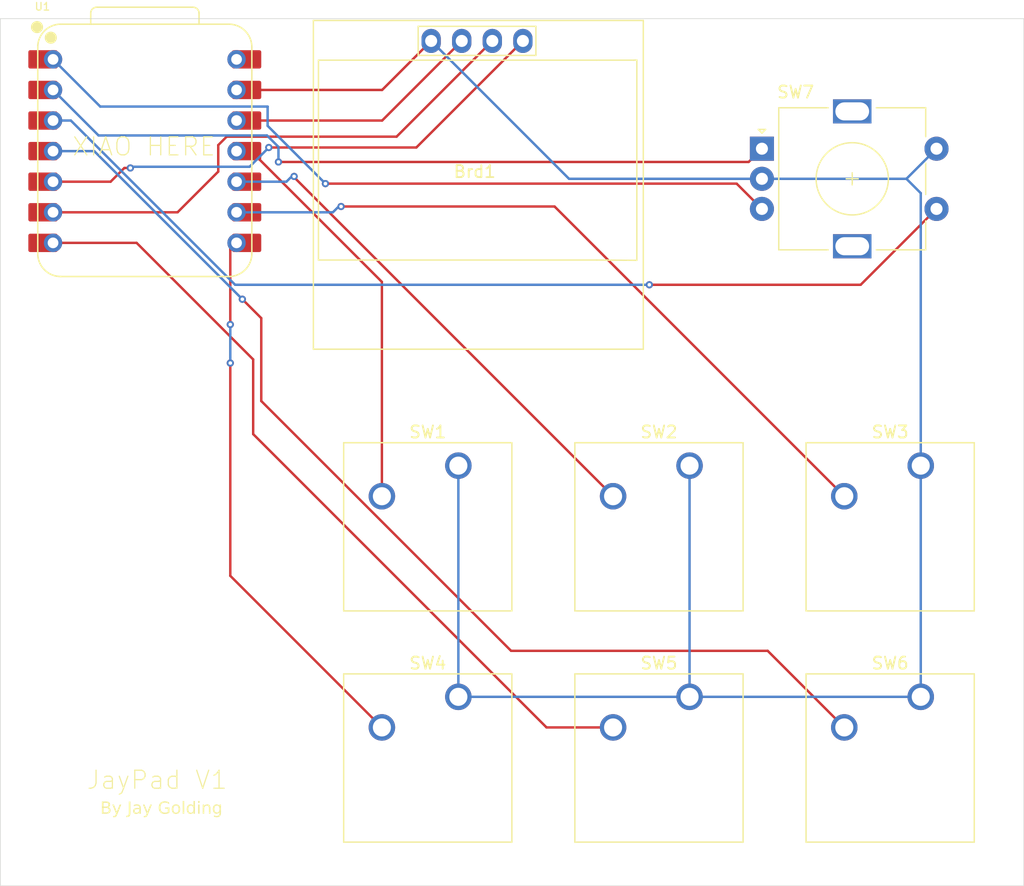
<source format=kicad_pcb>
(kicad_pcb (version 20241229) (generator "pcbnew") (generator_version "9.0")
  (layers (0 "F.Cu" signal) (2 "B.Cu" signal) (13 "F.Paste" user) (15 "B.Paste" user) (5 "F.SilkS" user "F.Silkscreen") (7 "B.SilkS" user "B.Silkscreen") (1 "F.Mask" user) (3 "B.Mask" user) (25 "Edge.Cuts" user))
  (net 0 "")
  (net 1 "GND")
  (net 2 "Net-(Brd1-SCL)")
  (net 3 "Net-(Brd1-VCC)")
  (net 4 "Net-(Brd1-SDA)")
  (net 5 "Net-(U1-GPIO3{slash}MOSI)")
  (net 6 "Net-(U1-GPIO4{slash}MISO)")
  (net 7 "Net-(U1-GPIO2{slash}SCK)")
  (net 8 "Net-(U1-GPIO1{slash}RX)")
  (net 9 "Net-(U1-GPIO0{slash}TX)")
  (net 10 "Net-(U1-GPIO29{slash}ADC3{slash}A3)")
  (net 11 "Net-(U1-GPIO26{slash}ADC0{slash}A0)")
  (net 12 "Net-(U1-GPIO28{slash}ADC2{slash}A2)")
  (net 13 "Net-(U1-GPIO27{slash}ADC1{slash}A1)")
  (net 14 "+5V")
  (footprint "Rotary_Encoder:RotaryEncoder_Alps_EC11E-Switch_Vertical_H20mm" (layer "F.Cu") (at 140.25 71.5)
    (property "Reference" "SW7" (at 2.8 -4.7 0) (layer "F.SilkS"))
    (property "Value" "RotaryEncoder_Switch")
    (fp_line (start -0.3 -1.6) (end 0.3 -1.6) (stroke (width 0.12)) (layer "F.SilkS"))
    (fp_line (start 0 -1.3) (end -0.3 -1.6) (stroke (width 0.12)) (layer "F.SilkS"))
    (fp_line (start 0.3 -1.6) (end 0 -1.3) (stroke (width 0.12)) (layer "F.SilkS"))
    (fp_line (start 1.4 -3.4) (end 1.4 8.4) (stroke (width 0.12)) (layer "F.SilkS"))
    (fp_line (start 5.5 -3.4) (end 1.4 -3.4) (stroke (width 0.12)) (layer "F.SilkS"))
    (fp_line (start 5.5 8.4) (end 1.4 8.4) (stroke (width 0.12)) (layer "F.SilkS"))
    (fp_line (start 7 2.5) (end 8 2.5) (stroke (width 0.12)) (layer "F.SilkS"))
    (fp_line (start 7.5 2) (end 7.5 3) (stroke (width 0.12)) (layer "F.SilkS"))
    (fp_line (start 9.5 -3.4) (end 13.6 -3.4) (stroke (width 0.12)) (layer "F.SilkS"))
    (fp_line (start 13.6 -3.4) (end 13.6 -1) (stroke (width 0.12)) (layer "F.SilkS"))
    (fp_line (start 13.6 1.2) (end 13.6 3.8) (stroke (width 0.12)) (layer "F.SilkS"))
    (fp_line (start 13.6 6) (end 13.6 8.4) (stroke (width 0.12)) (layer "F.SilkS"))
    (fp_line (start 13.6 8.4) (end 9.5 8.4) (stroke (width 0.12)) (layer "F.SilkS"))
    (fp_circle (center 7.5 2.5) (end 10.5 2.5) (stroke (width 0.12)) (fill no) (layer "F.SilkS"))
    (pad "A" thru_hole rect (at 0 0) (size 2 2) (drill 1) (layers "*.Cu" "*.Mask") (net 13 "Net-(U1-GPIO27{slash}ADC1{slash}A1)"))
    (pad "B" thru_hole circle (at 0 5) (size 2 2) (drill 1) (layers "*.Cu" "*.Mask") (net 11 "Net-(U1-GPIO26{slash}ADC0{slash}A0)"))
    (pad "C" thru_hole circle (at 0 2.5) (size 2 2) (drill 1) (layers "*.Cu" "*.Mask") (net 1 "GND"))
    (pad "MP" thru_hole rect (at 7.5 -3.1) (size 3.2 2) (drill oval 2.8 1.5) (layers "*.Cu" "*.Mask"))
    (pad "MP" thru_hole rect (at 7.5 8.1) (size 3.2 2) (drill oval 2.8 1.5) (layers "*.Cu" "*.Mask"))
    (pad "S1" thru_hole circle (at 14.5 5) (size 2 2) (drill 1) (layers "*.Cu" "*.Mask") (net 12 "Net-(U1-GPIO28{slash}ADC2{slash}A2)"))
    (pad "S2" thru_hole circle (at 14.5 0) (size 2 2) (drill 1) (layers "*.Cu" "*.Mask") (net 1 "GND"))
  )
  (footprint "Button_Switch_Keyboard:SW_Cherry_MX_1.00u_PCB" (layer "F.Cu") (at 134.24 117.02)
    (property "Reference" "SW5" (at -2.54 -2.794 0) (layer "F.SilkS"))
    (property "Value" "SW_Push")
    (fp_line (start -9.525 -1.905) (end 4.445 -1.905) (stroke (width 0.12)) (layer "F.SilkS"))
    (fp_line (start -9.525 12.065) (end -9.525 -1.905) (stroke (width 0.12)) (layer "F.SilkS"))
    (fp_line (start 4.445 -1.905) (end 4.445 12.065) (stroke (width 0.12)) (layer "F.SilkS"))
    (fp_line (start 4.445 12.065) (end -9.525 12.065) (stroke (width 0.12)) (layer "F.SilkS"))
    (pad "" np_thru_hole circle (at -7.62 5.08) (size 1.7 1.7) (drill 1.7) (layers "*.Cu" "*.Mask"))
    (pad "" np_thru_hole circle (at -2.54 5.08) (size 4 4) (drill 4) (layers "*.Cu" "*.Mask"))
    (pad "" np_thru_hole circle (at 2.54 5.08) (size 1.7 1.7) (drill 1.7) (layers "*.Cu" "*.Mask"))
    (pad "1" thru_hole circle (at 0 0) (size 2.2 2.2) (drill 1.5) (layers "*.Cu" "*.Mask") (net 1 "GND"))
    (pad "2" thru_hole circle (at -6.35 2.54) (size 2.2 2.2) (drill 1.5) (layers "*.Cu" "*.Mask") (net 9 "Net-(U1-GPIO0{slash}TX)"))
  )
  (footprint "SSD1306:128x64OLED" (layer "F.Cu") (at 116.4 73.15)
    (property "Reference" "Brd1" (at 0 0.254 0) (layer "F.SilkS"))
    (property "Value" "SSD1306")
    (fp_line (start -13.4 -12.3) (end 14 -12.3) (stroke (width 0.12)) (layer "F.SilkS"))
    (fp_line (start -13.4 15) (end -13.4 -12.3) (stroke (width 0.12)) (layer "F.SilkS"))
    (fp_line (start -12.978 -9.005) (end 10.122 -9.005) (stroke (width 0.12)) (layer "F.SilkS"))
    (fp_line (start -12.978 7.595) (end -12.978 -9.005) (stroke (width 0.12)) (layer "F.SilkS"))
    (fp_line (start -4.699 -11.811) (end -4.699 -9.398) (stroke (width 0.12)) (layer "F.SilkS"))
    (fp_line (start -4.699 -11.811) (end 5.08 -11.811) (stroke (width 0.12)) (layer "F.SilkS"))
    (fp_line (start 5.08 -11.811) (end 5.08 -9.398) (stroke (width 0.12)) (layer "F.SilkS"))
    (fp_line (start 5.08 -9.398) (end -4.699 -9.398) (stroke (width 0.12)) (layer "F.SilkS"))
    (fp_line (start 10.122 -9.005) (end 13.208 -9.005) (stroke (width 0.12)) (layer "F.SilkS"))
    (fp_line (start 10.122 7.595) (end -12.978 7.595) (stroke (width 0.12)) (layer "F.SilkS"))
    (fp_line (start 10.122 7.595) (end 13.462 7.62) (stroke (width 0.12)) (layer "F.SilkS"))
    (fp_line (start 13.462 -9.017) (end 13.208 -9.005) (stroke (width 0.12)) (layer "F.SilkS"))
    (fp_line (start 13.462 7.62) (end 13.462 -9.017) (stroke (width 0.12)) (layer "F.SilkS"))
    (fp_line (start 14 -12.3) (end 14 15) (stroke (width 0.12)) (layer "F.SilkS"))
    (fp_line (start 14 15) (end -13.4 15) (stroke (width 0.12)) (layer "F.SilkS"))
    (pad "1" thru_hole oval (at -3.62 -10.6 90) (size 2 1.6) (drill 1) (layers "*.Cu" "*.Mask") (net 1 "GND"))
    (pad "2" thru_hole oval (at -1.08 -10.6 90) (size 2 1.6) (drill 1) (layers "*.Cu" "*.Mask") (net 3 "Net-(Brd1-VCC)"))
    (pad "3" thru_hole oval (at 1.46 -10.6 90) (size 2 1.6) (drill 1) (layers "*.Cu" "*.Mask") (net 2 "Net-(Brd1-SCL)"))
    (pad "4" thru_hole oval (at 4 -10.6 90) (size 2 1.6) (drill 1) (layers "*.Cu" "*.Mask") (net 4 "Net-(Brd1-SDA)"))
  )
  (footprint "Button_Switch_Keyboard:SW_Cherry_MX_1.00u_PCB" (layer "F.Cu") (at 153.44 117.02)
    (property "Reference" "SW6" (at -2.54 -2.794 0) (layer "F.SilkS"))
    (property "Value" "SW_Push")
    (fp_line (start -9.525 -1.905) (end 4.445 -1.905) (stroke (width 0.12)) (layer "F.SilkS"))
    (fp_line (start -9.525 12.065) (end -9.525 -1.905) (stroke (width 0.12)) (layer "F.SilkS"))
    (fp_line (start 4.445 -1.905) (end 4.445 12.065) (stroke (width 0.12)) (layer "F.SilkS"))
    (fp_line (start 4.445 12.065) (end -9.525 12.065) (stroke (width 0.12)) (layer "F.SilkS"))
    (pad "" np_thru_hole circle (at -7.62 5.08) (size 1.7 1.7) (drill 1.7) (layers "*.Cu" "*.Mask"))
    (pad "" np_thru_hole circle (at -2.54 5.08) (size 4 4) (drill 4) (layers "*.Cu" "*.Mask"))
    (pad "" np_thru_hole circle (at 2.54 5.08) (size 1.7 1.7) (drill 1.7) (layers "*.Cu" "*.Mask"))
    (pad "1" thru_hole circle (at 0 0) (size 2.2 2.2) (drill 1.5) (layers "*.Cu" "*.Mask") (net 1 "GND"))
    (pad "2" thru_hole circle (at -6.35 2.54) (size 2.2 2.2) (drill 1.5) (layers "*.Cu" "*.Mask") (net 10 "Net-(U1-GPIO29{slash}ADC3{slash}A3)"))
  )
  (footprint "Button_Switch_Keyboard:SW_Cherry_MX_1.00u_PCB" (layer "F.Cu") (at 153.44 97.82)
    (property "Reference" "SW3" (at -2.54 -2.794 0) (layer "F.SilkS"))
    (property "Value" "SW_Push")
    (fp_line (start -9.525 -1.905) (end 4.445 -1.905) (stroke (width 0.12)) (layer "F.SilkS"))
    (fp_line (start -9.525 12.065) (end -9.525 -1.905) (stroke (width 0.12)) (layer "F.SilkS"))
    (fp_line (start 4.445 -1.905) (end 4.445 12.065) (stroke (width 0.12)) (layer "F.SilkS"))
    (fp_line (start 4.445 12.065) (end -9.525 12.065) (stroke (width 0.12)) (layer "F.SilkS"))
    (pad "" np_thru_hole circle (at -7.62 5.08) (size 1.7 1.7) (drill 1.7) (layers "*.Cu" "*.Mask"))
    (pad "" np_thru_hole circle (at -2.54 5.08) (size 4 4) (drill 4) (layers "*.Cu" "*.Mask"))
    (pad "" np_thru_hole circle (at 2.54 5.08) (size 1.7 1.7) (drill 1.7) (layers "*.Cu" "*.Mask"))
    (pad "1" thru_hole circle (at 0 0) (size 2.2 2.2) (drill 1.5) (layers "*.Cu" "*.Mask") (net 1 "GND"))
    (pad "2" thru_hole circle (at -6.35 2.54) (size 2.2 2.2) (drill 1.5) (layers "*.Cu" "*.Mask") (net 7 "Net-(U1-GPIO2{slash}SCK)"))
  )
  (footprint "Button_Switch_Keyboard:SW_Cherry_MX_1.00u_PCB" (layer "F.Cu") (at 134.24 97.82)
    (property "Reference" "SW2" (at -2.54 -2.794 0) (layer "F.SilkS"))
    (property "Value" "SW_Push")
    (fp_line (start -9.525 -1.905) (end 4.445 -1.905) (stroke (width 0.12)) (layer "F.SilkS"))
    (fp_line (start -9.525 12.065) (end -9.525 -1.905) (stroke (width 0.12)) (layer "F.SilkS"))
    (fp_line (start 4.445 -1.905) (end 4.445 12.065) (stroke (width 0.12)) (layer "F.SilkS"))
    (fp_line (start 4.445 12.065) (end -9.525 12.065) (stroke (width 0.12)) (layer "F.SilkS"))
    (pad "" np_thru_hole circle (at -7.62 5.08) (size 1.7 1.7) (drill 1.7) (layers "*.Cu" "*.Mask"))
    (pad "" np_thru_hole circle (at -2.54 5.08) (size 4 4) (drill 4) (layers "*.Cu" "*.Mask"))
    (pad "" np_thru_hole circle (at 2.54 5.08) (size 1.7 1.7) (drill 1.7) (layers "*.Cu" "*.Mask"))
    (pad "1" thru_hole circle (at 0 0) (size 2.2 2.2) (drill 1.5) (layers "*.Cu" "*.Mask") (net 1 "GND"))
    (pad "2" thru_hole circle (at -6.35 2.54) (size 2.2 2.2) (drill 1.5) (layers "*.Cu" "*.Mask") (net 6 "Net-(U1-GPIO4{slash}MISO)"))
  )
  (footprint "Button_Switch_Keyboard:SW_Cherry_MX_1.00u_PCB" (layer "F.Cu") (at 115.04 117.02)
    (property "Reference" "SW4" (at -2.54 -2.794 0) (layer "F.SilkS"))
    (property "Value" "SW_Push")
    (fp_line (start -9.525 -1.905) (end 4.445 -1.905) (stroke (width 0.12)) (layer "F.SilkS"))
    (fp_line (start -9.525 12.065) (end -9.525 -1.905) (stroke (width 0.12)) (layer "F.SilkS"))
    (fp_line (start 4.445 -1.905) (end 4.445 12.065) (stroke (width 0.12)) (layer "F.SilkS"))
    (fp_line (start 4.445 12.065) (end -9.525 12.065) (stroke (width 0.12)) (layer "F.SilkS"))
    (pad "" np_thru_hole circle (at -7.62 5.08) (size 1.7 1.7) (drill 1.7) (layers "*.Cu" "*.Mask"))
    (pad "" np_thru_hole circle (at -2.54 5.08) (size 4 4) (drill 4) (layers "*.Cu" "*.Mask"))
    (pad "" np_thru_hole circle (at 2.54 5.08) (size 1.7 1.7) (drill 1.7) (layers "*.Cu" "*.Mask"))
    (pad "1" thru_hole circle (at 0 0) (size 2.2 2.2) (drill 1.5) (layers "*.Cu" "*.Mask") (net 1 "GND"))
    (pad "2" thru_hole circle (at -6.35 2.54) (size 2.2 2.2) (drill 1.5) (layers "*.Cu" "*.Mask") (net 8 "Net-(U1-GPIO1{slash}RX)"))
  )
  (footprint "Seeed Studio XIAO Series Library:XIAO-RP2040-DIP" (layer "F.Cu") (at 89 71.7)
    (property "Reference" "U1" (at -8.5 -12 0) (layer "F.SilkS") (effects (font (size 0.635 0.635) (thickness 0.1016))))
    (property "Value" "XIAO-RP2040-DIP")
    (fp_line (start -8.89 8.509) (end -8.89 -8.636) (stroke (width 0.127)) (layer "F.SilkS"))
    (fp_line (start -6.985 10.414) (end 6.985 10.414) (stroke (width 0.127)) (layer "F.SilkS"))
    (fp_line (start -4.495 -10.541) (end -4.491272 -11.451272) (stroke (width 0.127)) (layer "F.SilkS"))
    (fp_line (start -3.991272 -11.951) (end 4.004 -11.951) (stroke (width 0.127)) (layer "F.SilkS"))
    (fp_line (start 4.504 -11.451) (end 4.504 -10.541) (stroke (width 0.127)) (layer "F.SilkS"))
    (fp_line (start 6.985 -10.541) (end -6.985 -10.541) (stroke (width 0.1)) (layer "F.SilkS"))
    (fp_line (start 6.985 -10.541) (end -6.985 -10.541) (stroke (width 0.127)) (layer "F.SilkS"))
    (fp_line (start 8.89 8.509) (end 8.89 -8.636) (stroke (width 0.127)) (layer "F.SilkS"))
    (fp_arc (start -8.89 -8.636) (mid -8.332038 -9.983038) (end -6.985 -10.541) (stroke (width 0.127)) (layer "F.SilkS"))
    (fp_arc (start -6.985 10.414) (mid -8.332038 9.856038) (end -8.89 8.509) (stroke (width 0.127)) (layer "F.SilkS"))
    (fp_arc (start -4.491272 -11.451272) (mid -4.344728 -11.80464) (end -3.991272 -11.951) (stroke (width 0.127)) (layer "F.SilkS"))
    (fp_arc (start 4.004 -11.951) (mid 4.357553 -11.804553) (end 4.504 -11.451) (stroke (width 0.127)) (layer "F.SilkS"))
    (fp_arc (start 6.985 -10.541) (mid 8.332038 -9.983038) (end 8.89 -8.636) (stroke (width 0.127)) (layer "F.SilkS"))
    (fp_arc (start 8.89 8.509) (mid 8.332038 9.856038) (end 6.985 10.414) (stroke (width 0.127)) (layer "F.SilkS"))
    (fp_circle (center -8.95 -10.3) (end -8.95 -10.554) (stroke (width 0.5)) (fill yes) (layer "F.SilkS"))
    (fp_circle (center -7.807 -9.42) (end -7.807 -9.674) (stroke (width 0.5)) (fill yes) (layer "F.SilkS"))
    (pad "1" smd roundrect (at -8.455 -7.62 180) (size 2.432 1.524) (layers "F.Cu" "F.Mask") (roundrect_rratio 0.1) (net 11 "Net-(U1-GPIO26{slash}ADC0{slash}A0)"))
    (pad "1" thru_hole circle (at -7.62 -7.62 180) (size 1.524 1.524) (drill 0.889) (layers "*.Cu" "*.Mask") (net 11 "Net-(U1-GPIO26{slash}ADC0{slash}A0)"))
    (pad "2" smd roundrect (at -8.455 -5.08 180) (size 2.432 1.524) (layers "F.Cu" "F.Mask") (roundrect_rratio 0.1) (net 13 "Net-(U1-GPIO27{slash}ADC1{slash}A1)"))
    (pad "2" thru_hole circle (at -7.62 -5.08 180) (size 1.524 1.524) (drill 0.889) (layers "*.Cu" "*.Mask") (net 13 "Net-(U1-GPIO27{slash}ADC1{slash}A1)"))
    (pad "3" smd roundrect (at -8.455 -2.54 180) (size 2.432 1.524) (layers "F.Cu" "F.Mask") (roundrect_rratio 0.1) (net 12 "Net-(U1-GPIO28{slash}ADC2{slash}A2)"))
    (pad "3" thru_hole circle (at -7.62 -2.54 180) (size 1.524 1.524) (drill 0.889) (layers "*.Cu" "*.Mask") (net 12 "Net-(U1-GPIO28{slash}ADC2{slash}A2)"))
    (pad "4" smd roundrect (at -8.455 0 180) (size 2.432 1.524) (layers "F.Cu" "F.Mask") (roundrect_rratio 0.1) (net 10 "Net-(U1-GPIO29{slash}ADC3{slash}A3)"))
    (pad "4" thru_hole circle (at -7.62 0 180) (size 1.524 1.524) (drill 0.889) (layers "*.Cu" "*.Mask") (net 10 "Net-(U1-GPIO29{slash}ADC3{slash}A3)"))
    (pad "5" smd roundrect (at -8.455 2.54 180) (size 2.432 1.524) (layers "F.Cu" "F.Mask") (roundrect_rratio 0.1) (net 4 "Net-(Brd1-SDA)"))
    (pad "5" thru_hole circle (at -7.62 2.54 180) (size 1.524 1.524) (drill 0.889) (layers "*.Cu" "*.Mask") (net 4 "Net-(Brd1-SDA)"))
    (pad "6" smd roundrect (at -8.455 5.08 180) (size 2.432 1.524) (layers "F.Cu" "F.Mask") (roundrect_rratio 0.1) (net 2 "Net-(Brd1-SCL)"))
    (pad "6" thru_hole circle (at -7.62 5.08 180) (size 1.524 1.524) (drill 0.889) (layers "*.Cu" "*.Mask") (net 2 "Net-(Brd1-SCL)"))
    (pad "7" smd roundrect (at -8.455 7.62 180) (size 2.432 1.524) (layers "F.Cu" "F.Mask") (roundrect_rratio 0.1) (net 9 "Net-(U1-GPIO0{slash}TX)"))
    (pad "7" thru_hole circle (at -7.62 7.62 180) (size 1.524 1.524) (drill 0.889) (layers "*.Cu" "*.Mask") (net 9 "Net-(U1-GPIO0{slash}TX)"))
    (pad "8" thru_hole circle (at 7.62 7.62) (size 1.524 1.524) (drill 0.889) (layers "*.Cu" "*.Mask") (net 8 "Net-(U1-GPIO1{slash}RX)"))
    (pad "8" smd roundrect (at 8.455 7.62) (size 2.432 1.524) (layers "F.Cu" "F.Mask") (roundrect_rratio 0.1) (net 8 "Net-(U1-GPIO1{slash}RX)"))
    (pad "9" thru_hole circle (at 7.62 5.08) (size 1.524 1.524) (drill 0.889) (layers "*.Cu" "*.Mask") (net 7 "Net-(U1-GPIO2{slash}SCK)"))
    (pad "9" smd roundrect (at 8.455 5.08) (size 2.432 1.524) (layers "F.Cu" "F.Mask") (roundrect_rratio 0.1) (net 7 "Net-(U1-GPIO2{slash}SCK)"))
    (pad "10" thru_hole circle (at 7.62 2.54) (size 1.524 1.524) (drill 0.889) (layers "*.Cu" "*.Mask") (net 6 "Net-(U1-GPIO4{slash}MISO)"))
    (pad "10" smd roundrect (at 8.455 2.54) (size 2.432 1.524) (layers "F.Cu" "F.Mask") (roundrect_rratio 0.1) (net 6 "Net-(U1-GPIO4{slash}MISO)"))
    (pad "11" thru_hole circle (at 7.62 0) (size 1.524 1.524) (drill 0.889) (layers "*.Cu" "*.Mask") (net 5 "Net-(U1-GPIO3{slash}MOSI)"))
    (pad "11" smd roundrect (at 8.455 0) (size 2.432 1.524) (layers "F.Cu" "F.Mask") (roundrect_rratio 0.1) (net 5 "Net-(U1-GPIO3{slash}MOSI)"))
    (pad "12" thru_hole circle (at 7.62 -2.54) (size 1.524 1.524) (drill 0.889) (layers "*.Cu" "*.Mask") (net 3 "Net-(Brd1-VCC)"))
    (pad "12" smd roundrect (at 8.455 -2.54) (size 2.432 1.524) (layers "F.Cu" "F.Mask") (roundrect_rratio 0.1) (net 3 "Net-(Brd1-VCC)"))
    (pad "13" thru_hole circle (at 7.62 -5.08) (size 1.524 1.524) (drill 0.889) (layers "*.Cu" "*.Mask") (net 1 "GND"))
    (pad "13" smd roundrect (at 8.455 -5.08) (size 2.432 1.524) (layers "F.Cu" "F.Mask") (roundrect_rratio 0.1) (net 1 "GND"))
    (pad "14" thru_hole circle (at 7.62 -7.62) (size 1.524 1.524) (drill 0.889) (layers "*.Cu" "*.Mask") (net 14 "+5V"))
    (pad "14" smd roundrect (at 8.455 -7.62) (size 2.432 1.524) (layers "F.Cu" "F.Mask") (roundrect_rratio 0.1) (net 14 "+5V"))
  )
  (footprint "Button_Switch_Keyboard:SW_Cherry_MX_1.00u_PCB" (layer "F.Cu") (at 115.04 97.82)
    (property "Reference" "SW1" (at -2.54 -2.794 0) (layer "F.SilkS"))
    (property "Value" "SW_Push")
    (fp_line (start -9.525 -1.905) (end 4.445 -1.905) (stroke (width 0.12)) (layer "F.SilkS"))
    (fp_line (start -9.525 12.065) (end -9.525 -1.905) (stroke (width 0.12)) (layer "F.SilkS"))
    (fp_line (start 4.445 -1.905) (end 4.445 12.065) (stroke (width 0.12)) (layer "F.SilkS"))
    (fp_line (start 4.445 12.065) (end -9.525 12.065) (stroke (width 0.12)) (layer "F.SilkS"))
    (pad "" np_thru_hole circle (at -7.62 5.08) (size 1.7 1.7) (drill 1.7) (layers "*.Cu" "*.Mask"))
    (pad "" np_thru_hole circle (at -2.54 5.08) (size 4 4) (drill 4) (layers "*.Cu" "*.Mask"))
    (pad "" np_thru_hole circle (at 2.54 5.08) (size 1.7 1.7) (drill 1.7) (layers "*.Cu" "*.Mask"))
    (pad "1" thru_hole circle (at 0 0) (size 2.2 2.2) (drill 1.5) (layers "*.Cu" "*.Mask") (net 1 "GND"))
    (pad "2" thru_hole circle (at -6.35 2.54) (size 2.2 2.2) (drill 1.5) (layers "*.Cu" "*.Mask") (net 5 "Net-(U1-GPIO3{slash}MOSI)"))
  )
  (gr_rect (start 77 60.7) (end 162 132.7) (stroke (width 0.05)) (fill no) (layer "Edge.Cuts"))
  (gr_text "By Jay Golding" (at 85.3 126.9 0) (layer "F.SilkS") (effects (font (size 1 1) (thickness 0.1)) (justify left bottom)))
  (gr_text "XIAO HERE" (at 82.9 72.2 0) (layer "F.SilkS") (effects (font (size 1.5 1.5) (thickness 0.1)) (justify left bottom)))
  (gr_text "JayPad V1" (at 84.1 124.8 0) (layer "F.SilkS") (effects (font (size 1.5 1.5) (thickness 0.1)) (justify left bottom)))
  (segment (start 112.78 62.55) (end 108.71 66.62) (width 0.2) (layer "F.Cu") (net 1))
  (segment (start 108.71 66.62) (end 97.455 66.62) (width 0.2) (layer "F.Cu") (net 1))
  (segment (start 154.75 71.5) (end 152.25 74) (width 0.2) (layer "B.Cu") (net 1))
  (segment (start 152.25 74) (end 140.25 74) (width 0.2) (layer "B.Cu") (net 1))
  (segment (start 115.04 117.02) (end 134.24 117.02) (width 0.2) (layer "B.Cu") (net 1))
  (segment (start 140.25 74) (end 124.23 74) (width 0.2) (layer "B.Cu") (net 1))
  (segment (start 134.24 117.02) (end 153.44 117.02) (width 0.2) (layer "B.Cu") (net 1))
  (segment (start 153.44 97.82) (end 153.44 75.19) (width 0.2) (layer "B.Cu") (net 1))
  (segment (start 153.44 117.02) (end 153.44 97.82) (width 0.2) (layer "B.Cu") (net 1))
  (segment (start 124.23 74) (end 112.78 62.55) (width 0.2) (layer "B.Cu") (net 1))
  (segment (start 134.24 117.02) (end 134.24 97.82) (width 0.2) (layer "B.Cu") (net 1))
  (segment (start 115.04 117.02) (end 115.04 97.82) (width 0.2) (layer "B.Cu") (net 1))
  (segment (start 153.44 75.19) (end 152.25 74) (width 0.2) (layer "B.Cu") (net 1))
  (segment (start 95.1 71.2) (end 95.1 73.4) (width 0.2) (layer "F.Cu") (net 2))
  (segment (start 91.72 76.78) (end 81.38 76.78) (width 0.2) (layer "F.Cu") (net 2))
  (segment (start 95.1 73.4) (end 91.72 76.78) (width 0.2) (layer "F.Cu") (net 2))
  (segment (start 109.91 70.5) (end 95.8 70.5) (width 0.2) (layer "F.Cu") (net 2))
  (segment (start 117.86 62.55) (end 109.91 70.5) (width 0.2) (layer "F.Cu") (net 2))
  (segment (start 95.8 70.5) (end 95.1 71.2) (width 0.2) (layer "F.Cu") (net 2))
  (segment (start 108.71 69.16) (end 97.455 69.16) (width 0.2) (layer "F.Cu") (net 3))
  (segment (start 115.32 62.55) (end 108.71 69.16) (width 0.2) (layer "F.Cu") (net 3))
  (segment (start 111.55 71.4) (end 99.3 71.4) (width 0.2) (layer "F.Cu") (net 4))
  (segment (start 87.8 73.1) (end 87.3 73.1) (width 0.2) (layer "F.Cu") (net 4))
  (segment (start 87.3 73.1) (end 86.16 74.24) (width 0.2) (layer "F.Cu") (net 4))
  (segment (start 120.4 62.55) (end 111.55 71.4) (width 0.2) (layer "F.Cu") (net 4))
  (segment (start 86.16 74.24) (end 81.38 74.24) (width 0.2) (layer "F.Cu") (net 4))
  (via (at 87.8 73.1) (size 0.6) (drill 0.3) (layers "F.Cu" "B.Cu") (net 4))
  (via (at 99.3 71.4) (size 0.6) (drill 0.3) (layers "F.Cu" "B.Cu") (net 4))
  (segment (start 99.3 71.4) (end 97.7 73) (width 0.2) (layer "B.Cu") (net 4))
  (segment (start 87.9 73) (end 87.8 73.1) (width 0.2) (layer "B.Cu") (net 4))
  (segment (start 97.7 73) (end 87.9 73) (width 0.2) (layer "B.Cu") (net 4))
  (segment (start 108.69 100.36) (end 108.69 82.56087) (width 0.2) (layer "F.Cu") (net 5))
  (segment (start 97.82913 71.7) (end 96.62 71.7) (width 0.2) (layer "F.Cu") (net 5))
  (segment (start 108.69 82.56087) (end 97.82913 71.7) (width 0.2) (layer "F.Cu") (net 5))
  (segment (start 101.4 73.87) (end 101.4 73.8) (width 0.2) (layer "F.Cu") (net 6))
  (segment (start 127.89 100.36) (end 101.4 73.87) (width 0.2) (layer "F.Cu") (net 6))
  (via (at 101.4 73.8) (size 0.6) (drill 0.3) (layers "F.Cu" "B.Cu") (net 6))
  (segment (start 101.4 73.8) (end 101.2 73.8) (width 0.2) (layer "B.Cu") (net 6))
  (segment (start 100.76 74.24) (end 96.62 74.24) (width 0.2) (layer "B.Cu") (net 6))
  (segment (start 101.2 73.8) (end 100.76 74.24) (width 0.2) (layer "B.Cu") (net 6))
  (segment (start 147.09 100.36) (end 123.03 76.3) (width 0.2) (layer "F.Cu") (net 7))
  (segment (start 123.03 76.3) (end 105.3 76.3) (width 0.2) (layer "F.Cu") (net 7))
  (via (at 105.3 76.3) (size 0.6) (drill 0.3) (layers "F.Cu" "B.Cu") (net 7))
  (segment (start 105.3 76.3) (end 105.1 76.3) (width 0.2) (layer "B.Cu") (net 7))
  (segment (start 104.62 76.78) (end 96.62 76.78) (width 0.2) (layer "B.Cu") (net 7))
  (segment (start 105.3 76.3) (end 105.2515 76.3485) (width 0.2) (layer "B.Cu") (net 7))
  (segment (start 105.1 76.3) (end 104.62 76.78) (width 0.2) (layer "B.Cu") (net 7))
  (segment (start 96.1 106.97) (end 108.69 119.56) (width 0.2) (layer "F.Cu") (net 8))
  (segment (start 96.1 89.3) (end 96.1 106.97) (width 0.2) (layer "F.Cu") (net 8))
  (segment (start 96.1 79.84) (end 96.62 79.32) (width 0.2) (layer "F.Cu") (net 8))
  (segment (start 96.1 86.1) (end 96.1 79.84) (width 0.2) (layer "F.Cu") (net 8))
  (via (at 96.1 89.3) (size 0.6) (drill 0.3) (layers "F.Cu" "B.Cu") (net 8))
  (via (at 96.1 86.1) (size 0.6) (drill 0.3) (layers "F.Cu" "B.Cu") (net 8))
  (segment (start 96.1 86.1) (end 96.1 89.3) (width 0.2) (layer "B.Cu") (net 8))
  (segment (start 98 95.2) (end 98 89) (width 0.2) (layer "F.Cu") (net 9))
  (segment (start 98 89) (end 88.32 79.32) (width 0.2) (layer "F.Cu") (net 9))
  (segment (start 122.36 119.56) (end 98 95.2) (width 0.2) (layer "F.Cu") (net 9))
  (segment (start 88.32 79.32) (end 81.38 79.32) (width 0.2) (layer "F.Cu") (net 9))
  (segment (start 127.89 119.56) (end 122.36 119.56) (width 0.2) (layer "F.Cu") (net 9))
  (segment (start 98.672 85.572) (end 97.1 84) (width 0.2) (layer "F.Cu") (net 10))
  (segment (start 147.09 119.56) (end 140.73 113.2) (width 0.2) (layer "F.Cu") (net 10))
  (segment (start 119.41847 113.2) (end 98.672 92.45353) (width 0.2) (layer "F.Cu") (net 10))
  (segment (start 98.672 92.45353) (end 98.672 85.572) (width 0.2) (layer "F.Cu") (net 10))
  (segment (start 140.73 113.2) (end 119.41847 113.2) (width 0.2) (layer "F.Cu") (net 10))
  (via (at 97.1 84) (size 0.6) (drill 0.3) (layers "F.Cu" "B.Cu") (net 10))
  (segment (start 84.8 71.7) (end 81.38 71.7) (width 0.2) (layer "B.Cu") (net 10))
  (segment (start 97.1 84) (end 84.8 71.7) (width 0.2) (layer "B.Cu") (net 10))
  (segment (start 140.25 76.5) (end 138.15 74.4) (width 0.2) (layer "F.Cu") (net 11))
  (segment (start 138.15 74.4) (end 104 74.4) (width 0.2) (layer "F.Cu") (net 11))
  (via (at 104 74.4) (size 0.6) (drill 0.3) (layers "F.Cu" "B.Cu") (net 11))
  (segment (start 104 74.4) (end 99.2 69.6) (width 0.2) (layer "B.Cu") (net 11))
  (segment (start 85.3 68) (end 81.38 64.08) (width 0.2) (layer "B.Cu") (net 11))
  (segment (start 99.2 69.6) (end 99.2 68) (width 0.2) (layer "B.Cu") (net 11))
  (segment (start 99.2 68) (end 85.3 68) (width 0.2) (layer "B.Cu") (net 11))
  (segment (start 154.75 76.5) (end 148.45 82.8) (width 0.2) (layer "F.Cu") (net 12))
  (segment (start 148.45 82.8) (end 130.9 82.8) (width 0.2) (layer "F.Cu") (net 12))
  (via (at 130.9 82.8) (size 0.6) (drill 0.3) (layers "F.Cu" "B.Cu") (net 12))
  (segment (start 130.9 82.8) (end 96.5 82.8) (width 0.2) (layer "B.Cu") (net 12))
  (segment (start 96.5 82.8) (end 82.86 69.16) (width 0.2) (layer "B.Cu") (net 12))
  (segment (start 82.86 69.16) (end 81.38 69.16) (width 0.2) (layer "B.Cu") (net 12))
  (segment (start 139.15 72.6) (end 100.1 72.6) (width 0.2) (layer "F.Cu") (net 13))
  (segment (start 140.25 71.5) (end 139.15 72.6) (width 0.2) (layer "F.Cu") (net 13))
  (via (at 100.1 72.6) (size 0.6) (drill 0.3) (layers "F.Cu" "B.Cu") (net 13))
  (segment (start 100.1 72.6) (end 100.1 71.350057) (width 0.2) (layer "B.Cu") (net 13))
  (segment (start 100.1 71.350057) (end 99.149943 70.4) (width 0.2) (layer "B.Cu") (net 13))
  (segment (start 99.149943 70.4) (end 85.16 70.4) (width 0.2) (layer "B.Cu") (net 13))
  (segment (start 85.16 70.4) (end 81.38 66.62) (width 0.2) (layer "B.Cu") (net 13))
)
</source>
